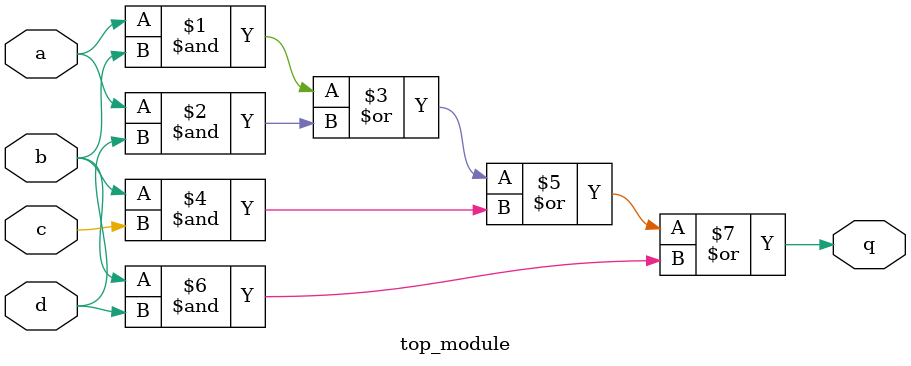
<source format=sv>
module top_module (
    input a, 
    input b, 
    input c, 
    input d, 
    output q
);

    assign q = (a & b) | (a & d) | (b & c) | (b & d);

endmodule

</source>
